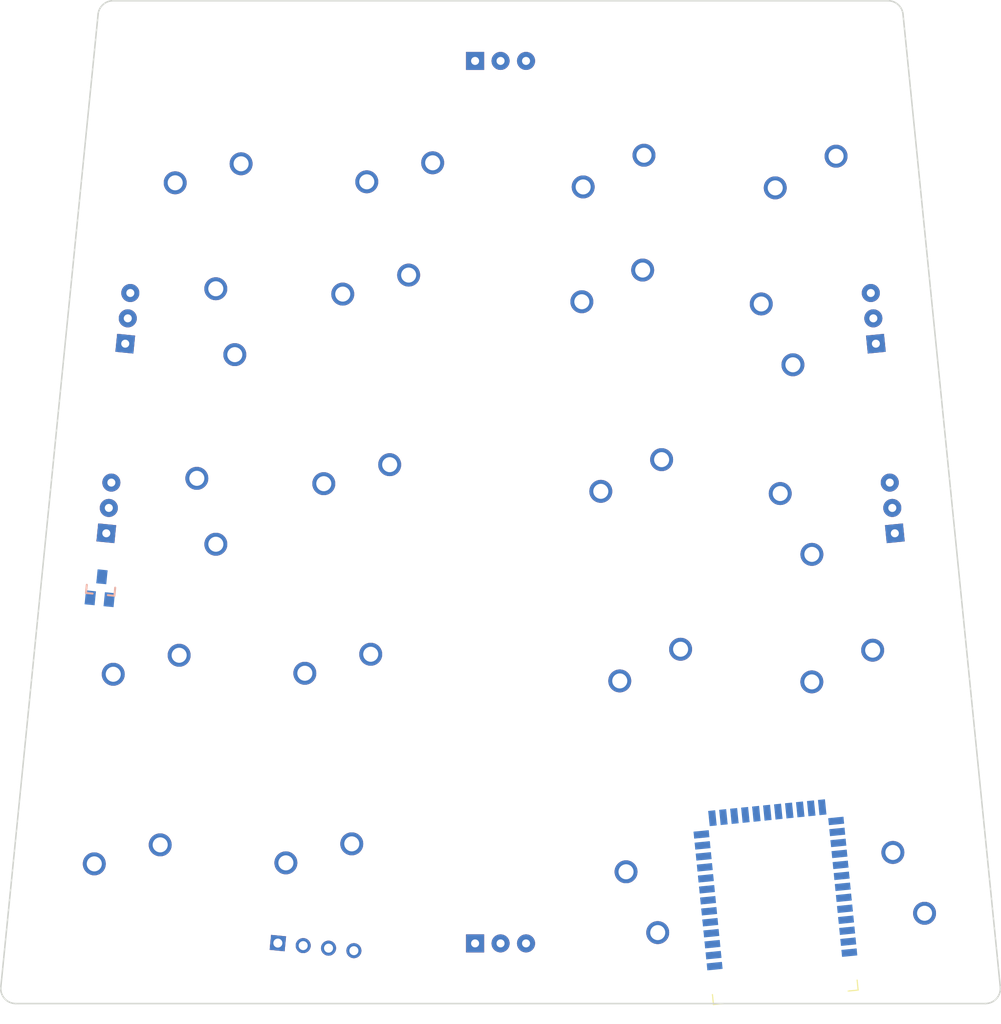
<source format=kicad_pcb>
(kicad_pcb (version 20171130) (host pcbnew 5.1.6)
  (title_block (title arrow-board) (rev v1.0.0) (company Unknown))
  (layers (0 F.Cu signal) (31 B.Cu signal) (34 B.Paste user) (35 F.Paste user) (36 B.SilkS user) (37 F.SilkS user) (38 B.Mask user) (39 F.Mask user) (44 Edge.Cuts user))
  (net 0 "")
  (net 1 "GND")
  (net 2 "m_c1_r1")
  (net 3 "m_c1_r2")
  (net 4 "m_c1_r3")
  (net 5 "m_c1_r4")
  (net 6 "m_c1_r5")
  (net 7 "m_c2_r1")
  (net 8 "m_c2_r2")
  (net 9 "m_c2_r3")
  (net 10 "m_c2_r4")
  (net 11 "m_c2_r5")
  (net 12 "n_c4_r1")
  (net 13 "n_c4_r2")
  (net 14 "n_c4_r3")
  (net 15 "n_c4_r4")
  (net 16 "n_c4_r5")
  (net 17 "n_c3_r1")
  (net 18 "n_c3_r2")
  (net 19 "n_c3_r3")
  (net 20 "n_c3_r4")
  (net 21 "n_c3_r5")
  (net 22 "DMIN")
  (net 23 "DPLUS")
  (net 24 "P002")
  (net 25 "P006")
  (net 26 "P008")
  (net 27 "P009")
  (net 28 "P010")
  (net 29 "P011")
  (net 30 "P013")
  (net 31 "P014")
  (net 32 "P015")
  (net 33 "P016")
  (net 34 "P017")
  (net 35 "P020")
  (net 36 "P024")
  (net 37 "P025")
  (net 38 "P026")
  (net 39 "P027")
  (net 40 "P028")
  (net 41 "P029")
  (net 42 "P104")
  (net 43 "P105")
  (net 44 "XTRA")
  (net 45 "P107")
  (net 46 "P108")
  (net 47 "P112")
  (net 48 "P114")
  (net 49 "SWDCLK")
  (net 50 "SWDIO")
  (net 51 "VBUS")
  (net 52 "VCC")
  (net 53 "GND_P")
  (module MX (layer F.Cu) (at 13.025 -11.025 -5.71)
    (fp_text reference "S1" hide)
    (fp_text value "" hide)
    (pad "" np_thru_hole circle (at 0 0) (size 3.9878 3.9878) (drill 3.9878) (layers *.Cu *.Mask))
    (pad "" np_thru_hole circle (at 5.08 0) (size 1.7018 1.7018) (drill 1.7018) (layers *.Cu *.Mask))
    (pad "" np_thru_hole circle (at -5.08 0) (size 1.7018 1.7018) (drill 1.7018) (layers *.Cu *.Mask))
    (pad 1 thru_hole circle (at 2.54 -5.08) (size 2.286 2.286) (drill 1.4986) (layers *.Cu *.Mask) (net 1 "GND"))
    (pad 2 thru_hole circle (at -3.81 -2.54) (size 2.286 2.286) (drill 1.4986) (layers *.Cu *.Mask) (net 2 "m_c1_r1"))
  )
  (module MX (layer F.Cu) (at 14.9153749 -29.930726200000002 -5.71)
    (fp_text reference "S2" hide)
    (fp_text value "" hide)
    (pad "" np_thru_hole circle (at 0 0) (size 3.9878 3.9878) (drill 3.9878) (layers *.Cu *.Mask))
    (pad "" np_thru_hole circle (at 5.08 0) (size 1.7018 1.7018) (drill 1.7018) (layers *.Cu *.Mask))
    (pad "" np_thru_hole circle (at -5.08 0) (size 1.7018 1.7018) (drill 1.7018) (layers *.Cu *.Mask))
    (pad 1 thru_hole circle (at 2.54 -5.08) (size 2.286 2.286) (drill 1.4986) (layers *.Cu *.Mask) (net 1 "GND"))
    (pad 2 thru_hole circle (at -3.81 -2.54) (size 2.286 2.286) (drill 1.4986) (layers *.Cu *.Mask) (net 3 "m_c1_r2"))
  )
  (module MX (layer F.Cu) (at 16.805749900000002 -48.8364524 -95.71)
    (fp_text reference "S3" hide)
    (fp_text value "" hide)
    (pad "" np_thru_hole circle (at 0 0) (size 3.9878 3.9878) (drill 3.9878) (layers *.Cu *.Mask))
    (pad "" np_thru_hole circle (at 5.08 0) (size 1.7018 1.7018) (drill 1.7018) (layers *.Cu *.Mask))
    (pad "" np_thru_hole circle (at -5.08 0) (size 1.7018 1.7018) (drill 1.7018) (layers *.Cu *.Mask))
    (pad 1 thru_hole circle (at 2.54 -5.08) (size 2.286 2.286) (drill 1.4986) (layers *.Cu *.Mask) (net 1 "GND"))
    (pad 2 thru_hole circle (at -3.81 -2.54) (size 2.286 2.286) (drill 1.4986) (layers *.Cu *.Mask) (net 4 "m_c1_r3"))
  )
  (module MX (layer F.Cu) (at 18.6961248 -67.7421786 -95.71)
    (fp_text reference "S4" hide)
    (fp_text value "" hide)
    (pad "" np_thru_hole circle (at 0 0) (size 3.9878 3.9878) (drill 3.9878) (layers *.Cu *.Mask))
    (pad "" np_thru_hole circle (at 5.08 0) (size 1.7018 1.7018) (drill 1.7018) (layers *.Cu *.Mask))
    (pad "" np_thru_hole circle (at -5.08 0) (size 1.7018 1.7018) (drill 1.7018) (layers *.Cu *.Mask))
    (pad 1 thru_hole circle (at 2.54 -5.08) (size 2.286 2.286) (drill 1.4986) (layers *.Cu *.Mask) (net 1 "GND"))
    (pad 2 thru_hole circle (at -3.81 -2.54) (size 2.286 2.286) (drill 1.4986) (layers *.Cu *.Mask) (net 5 "m_c1_r4"))
  )
  (module MX (layer F.Cu) (at 20.5864998 -86.64790470000001 174.29)
    (fp_text reference "S5" hide)
    (fp_text value "" hide)
    (pad "" np_thru_hole circle (at 0 0) (size 3.9878 3.9878) (drill 3.9878) (layers *.Cu *.Mask))
    (pad "" np_thru_hole circle (at 5.08 0) (size 1.7018 1.7018) (drill 1.7018) (layers *.Cu *.Mask))
    (pad "" np_thru_hole circle (at -5.08 0) (size 1.7018 1.7018) (drill 1.7018) (layers *.Cu *.Mask))
    (pad 1 thru_hole circle (at 2.54 -5.08) (size 2.286 2.286) (drill 1.4986) (layers *.Cu *.Mask) (net 1 "GND"))
    (pad 2 thru_hole circle (at -3.81 -2.54) (size 2.286 2.286) (drill 1.4986) (layers *.Cu *.Mask) (net 6 "m_c1_r5"))
  )
  (module MX (layer F.Cu) (at 32.129713 -11.1247015 -5.71)
    (fp_text reference "S6" hide)
    (fp_text value "" hide)
    (pad "" np_thru_hole circle (at 0 0) (size 3.9878 3.9878) (drill 3.9878) (layers *.Cu *.Mask))
    (pad "" np_thru_hole circle (at 5.08 0) (size 1.7018 1.7018) (drill 1.7018) (layers *.Cu *.Mask))
    (pad "" np_thru_hole circle (at -5.08 0) (size 1.7018 1.7018) (drill 1.7018) (layers *.Cu *.Mask))
    (pad 1 thru_hole circle (at 2.54 -5.08) (size 2.286 2.286) (drill 1.4986) (layers *.Cu *.Mask) (net 1 "GND"))
    (pad 2 thru_hole circle (at -3.81 -2.54) (size 2.286 2.286) (drill 1.4986) (layers *.Cu *.Mask) (net 7 "m_c2_r1"))
  )
  (module MX (layer F.Cu) (at 34.020088 -30.030427699999997 -5.71)
    (fp_text reference "S7" hide)
    (fp_text value "" hide)
    (pad "" np_thru_hole circle (at 0 0) (size 3.9878 3.9878) (drill 3.9878) (layers *.Cu *.Mask))
    (pad "" np_thru_hole circle (at 5.08 0) (size 1.7018 1.7018) (drill 1.7018) (layers *.Cu *.Mask))
    (pad "" np_thru_hole circle (at -5.08 0) (size 1.7018 1.7018) (drill 1.7018) (layers *.Cu *.Mask))
    (pad 1 thru_hole circle (at 2.54 -5.08) (size 2.286 2.286) (drill 1.4986) (layers *.Cu *.Mask) (net 1 "GND"))
    (pad 2 thru_hole circle (at -3.81 -2.54) (size 2.286 2.286) (drill 1.4986) (layers *.Cu *.Mask) (net 8 "m_c2_r2"))
  )
  (module MX (layer F.Cu) (at 35.9104629 -48.9361539 -5.71)
    (fp_text reference "S8" hide)
    (fp_text value "" hide)
    (pad "" np_thru_hole circle (at 0 0) (size 3.9878 3.9878) (drill 3.9878) (layers *.Cu *.Mask))
    (pad "" np_thru_hole circle (at 5.08 0) (size 1.7018 1.7018) (drill 1.7018) (layers *.Cu *.Mask))
    (pad "" np_thru_hole circle (at -5.08 0) (size 1.7018 1.7018) (drill 1.7018) (layers *.Cu *.Mask))
    (pad 1 thru_hole circle (at 2.54 -5.08) (size 2.286 2.286) (drill 1.4986) (layers *.Cu *.Mask) (net 1 "GND"))
    (pad 2 thru_hole circle (at -3.81 -2.54) (size 2.286 2.286) (drill 1.4986) (layers *.Cu *.Mask) (net 9 "m_c2_r3"))
  )
  (module MX (layer F.Cu) (at 37.8008379 -67.84188 -5.71)
    (fp_text reference "S9" hide)
    (fp_text value "" hide)
    (pad "" np_thru_hole circle (at 0 0) (size 3.9878 3.9878) (drill 3.9878) (layers *.Cu *.Mask))
    (pad "" np_thru_hole circle (at 5.08 0) (size 1.7018 1.7018) (drill 1.7018) (layers *.Cu *.Mask))
    (pad "" np_thru_hole circle (at -5.08 0) (size 1.7018 1.7018) (drill 1.7018) (layers *.Cu *.Mask))
    (pad 1 thru_hole circle (at 2.54 -5.08) (size 2.286 2.286) (drill 1.4986) (layers *.Cu *.Mask) (net 1 "GND"))
    (pad 2 thru_hole circle (at -3.81 -2.54) (size 2.286 2.286) (drill 1.4986) (layers *.Cu *.Mask) (net 10 "m_c2_r4"))
  )
  (module MX (layer F.Cu) (at 39.6912128 -86.7476062 174.29)
    (fp_text reference "S10" hide)
    (fp_text value "" hide)
    (pad "" np_thru_hole circle (at 0 0) (size 3.9878 3.9878) (drill 3.9878) (layers *.Cu *.Mask))
    (pad "" np_thru_hole circle (at 5.08 0) (size 1.7018 1.7018) (drill 1.7018) (layers *.Cu *.Mask))
    (pad "" np_thru_hole circle (at -5.08 0) (size 1.7018 1.7018) (drill 1.7018) (layers *.Cu *.Mask))
    (pad 1 thru_hole circle (at 2.54 -5.08) (size 2.286 2.286) (drill 1.4986) (layers *.Cu *.Mask) (net 1 "GND"))
    (pad 2 thru_hole circle (at -3.81 -2.54) (size 2.286 2.286) (drill 1.4986) (layers *.Cu *.Mask) (net 11 "m_c2_r5"))
  )
  (module MX (layer F.Cu) (at 86.975 -11.025 -84.29)
    (fp_text reference "S11" hide)
    (fp_text value "" hide)
    (pad "" np_thru_hole circle (at 0 0) (size 3.9878 3.9878) (drill 3.9878) (layers *.Cu *.Mask))
    (pad "" np_thru_hole circle (at 5.08 0) (size 1.7018 1.7018) (drill 1.7018) (layers *.Cu *.Mask))
    (pad "" np_thru_hole circle (at -5.08 0) (size 1.7018 1.7018) (drill 1.7018) (layers *.Cu *.Mask))
    (pad 1 thru_hole circle (at 2.54 -5.08) (size 2.286 2.286) (drill 1.4986) (layers *.Cu *.Mask) (net 1 "GND"))
    (pad 2 thru_hole circle (at -3.81 -2.54) (size 2.286 2.286) (drill 1.4986) (layers *.Cu *.Mask) (net 12 "n_c4_r1"))
  )
  (module MX (layer F.Cu) (at 85.0846251 -29.930726200000002 5.71)
    (fp_text reference "S12" hide)
    (fp_text value "" hide)
    (pad "" np_thru_hole circle (at 0 0) (size 3.9878 3.9878) (drill 3.9878) (layers *.Cu *.Mask))
    (pad "" np_thru_hole circle (at 5.08 0) (size 1.7018 1.7018) (drill 1.7018) (layers *.Cu *.Mask))
    (pad "" np_thru_hole circle (at -5.08 0) (size 1.7018 1.7018) (drill 1.7018) (layers *.Cu *.Mask))
    (pad 1 thru_hole circle (at 2.54 -5.08) (size 2.286 2.286) (drill 1.4986) (layers *.Cu *.Mask) (net 1 "GND"))
    (pad 2 thru_hole circle (at -3.81 -2.54) (size 2.286 2.286) (drill 1.4986) (layers *.Cu *.Mask) (net 13 "n_c4_r2"))
  )
  (module MX (layer F.Cu) (at 83.19425009999999 -48.8364524 95.71)
    (fp_text reference "S13" hide)
    (fp_text value "" hide)
    (pad "" np_thru_hole circle (at 0 0) (size 3.9878 3.9878) (drill 3.9878) (layers *.Cu *.Mask))
    (pad "" np_thru_hole circle (at 5.08 0) (size 1.7018 1.7018) (drill 1.7018) (layers *.Cu *.Mask))
    (pad "" np_thru_hole circle (at -5.08 0) (size 1.7018 1.7018) (drill 1.7018) (layers *.Cu *.Mask))
    (pad 1 thru_hole circle (at 2.54 -5.08) (size 2.286 2.286) (drill 1.4986) (layers *.Cu *.Mask) (net 1 "GND"))
    (pad 2 thru_hole circle (at -3.81 -2.54) (size 2.286 2.286) (drill 1.4986) (layers *.Cu *.Mask) (net 14 "n_c4_r3"))
  )
  (module MX (layer F.Cu) (at 81.3038752 -67.7421786 95.71)
    (fp_text reference "S14" hide)
    (fp_text value "" hide)
    (pad "" np_thru_hole circle (at 0 0) (size 3.9878 3.9878) (drill 3.9878) (layers *.Cu *.Mask))
    (pad "" np_thru_hole circle (at 5.08 0) (size 1.7018 1.7018) (drill 1.7018) (layers *.Cu *.Mask))
    (pad "" np_thru_hole circle (at -5.08 0) (size 1.7018 1.7018) (drill 1.7018) (layers *.Cu *.Mask))
    (pad 1 thru_hole circle (at 2.54 -5.08) (size 2.286 2.286) (drill 1.4986) (layers *.Cu *.Mask) (net 1 "GND"))
    (pad 2 thru_hole circle (at -3.81 -2.54) (size 2.286 2.286) (drill 1.4986) (layers *.Cu *.Mask) (net 15 "n_c4_r4"))
  )
  (module MX (layer F.Cu) (at 79.41350019999999 -86.64790470000001 185.71)
    (fp_text reference "S15" hide)
    (fp_text value "" hide)
    (pad "" np_thru_hole circle (at 0 0) (size 3.9878 3.9878) (drill 3.9878) (layers *.Cu *.Mask))
    (pad "" np_thru_hole circle (at 5.08 0) (size 1.7018 1.7018) (drill 1.7018) (layers *.Cu *.Mask))
    (pad "" np_thru_hole circle (at -5.08 0) (size 1.7018 1.7018) (drill 1.7018) (layers *.Cu *.Mask))
    (pad 1 thru_hole circle (at 2.54 -5.08) (size 2.286 2.286) (drill 1.4986) (layers *.Cu *.Mask) (net 1 "GND"))
    (pad 2 thru_hole circle (at -3.81 -2.54) (size 2.286 2.286) (drill 1.4986) (layers *.Cu *.Mask) (net 16 "n_c4_r5"))
  )
  (module MX (layer F.Cu) (at 67.8205351 -11.1197268 95.71)
    (fp_text reference "S16" hide)
    (fp_text value "" hide)
    (pad "" np_thru_hole circle (at 0 0) (size 3.9878 3.9878) (drill 3.9878) (layers *.Cu *.Mask))
    (pad "" np_thru_hole circle (at 5.08 0) (size 1.7018 1.7018) (drill 1.7018) (layers *.Cu *.Mask))
    (pad "" np_thru_hole circle (at -5.08 0) (size 1.7018 1.7018) (drill 1.7018) (layers *.Cu *.Mask))
    (pad 1 thru_hole circle (at 2.54 -5.08) (size 2.286 2.286) (drill 1.4986) (layers *.Cu *.Mask) (net 1 "GND"))
    (pad 2 thru_hole circle (at -3.81 -2.54) (size 2.286 2.286) (drill 1.4986) (layers *.Cu *.Mask) (net 17 "n_c3_r1"))
  )
  (module MX (layer F.Cu) (at 65.9301601 -30.025453 5.71)
    (fp_text reference "S17" hide)
    (fp_text value "" hide)
    (pad "" np_thru_hole circle (at 0 0) (size 3.9878 3.9878) (drill 3.9878) (layers *.Cu *.Mask))
    (pad "" np_thru_hole circle (at 5.08 0) (size 1.7018 1.7018) (drill 1.7018) (layers *.Cu *.Mask))
    (pad "" np_thru_hole circle (at -5.08 0) (size 1.7018 1.7018) (drill 1.7018) (layers *.Cu *.Mask))
    (pad 1 thru_hole circle (at 2.54 -5.08) (size 2.286 2.286) (drill 1.4986) (layers *.Cu *.Mask) (net 1 "GND"))
    (pad 2 thru_hole circle (at -3.81 -2.54) (size 2.286 2.286) (drill 1.4986) (layers *.Cu *.Mask) (net 18 "n_c3_r2"))
  )
  (module MX (layer F.Cu) (at 64.0397852 -48.931179199999995 5.71)
    (fp_text reference "S18" hide)
    (fp_text value "" hide)
    (pad "" np_thru_hole circle (at 0 0) (size 3.9878 3.9878) (drill 3.9878) (layers *.Cu *.Mask))
    (pad "" np_thru_hole circle (at 5.08 0) (size 1.7018 1.7018) (drill 1.7018) (layers *.Cu *.Mask))
    (pad "" np_thru_hole circle (at -5.08 0) (size 1.7018 1.7018) (drill 1.7018) (layers *.Cu *.Mask))
    (pad 1 thru_hole circle (at 2.54 -5.08) (size 2.286 2.286) (drill 1.4986) (layers *.Cu *.Mask) (net 1 "GND"))
    (pad 2 thru_hole circle (at -3.81 -2.54) (size 2.286 2.286) (drill 1.4986) (layers *.Cu *.Mask) (net 19 "n_c3_r3"))
  )
  (module MX (layer F.Cu) (at 62.14941019999999 -67.8369054 5.71)
    (fp_text reference "S19" hide)
    (fp_text value "" hide)
    (pad "" np_thru_hole circle (at 0 0) (size 3.9878 3.9878) (drill 3.9878) (layers *.Cu *.Mask))
    (pad "" np_thru_hole circle (at 5.08 0) (size 1.7018 1.7018) (drill 1.7018) (layers *.Cu *.Mask))
    (pad "" np_thru_hole circle (at -5.08 0) (size 1.7018 1.7018) (drill 1.7018) (layers *.Cu *.Mask))
    (pad 1 thru_hole circle (at 2.54 -5.08) (size 2.286 2.286) (drill 1.4986) (layers *.Cu *.Mask) (net 1 "GND"))
    (pad 2 thru_hole circle (at -3.81 -2.54) (size 2.286 2.286) (drill 1.4986) (layers *.Cu *.Mask) (net 20 "n_c3_r4"))
  )
  (module MX (layer F.Cu) (at 60.259035299999994 -86.74263160000001 185.71)
    (fp_text reference "S20" hide)
    (fp_text value "" hide)
    (pad "" np_thru_hole circle (at 0 0) (size 3.9878 3.9878) (drill 3.9878) (layers *.Cu *.Mask))
    (pad "" np_thru_hole circle (at 5.08 0) (size 1.7018 1.7018) (drill 1.7018) (layers *.Cu *.Mask))
    (pad "" np_thru_hole circle (at -5.08 0) (size 1.7018 1.7018) (drill 1.7018) (layers *.Cu *.Mask))
    (pad 1 thru_hole circle (at 2.54 -5.08) (size 2.286 2.286) (drill 1.4986) (layers *.Cu *.Mask) (net 1 "GND"))
    (pad 2 thru_hole circle (at -3.81 -2.54) (size 2.286 2.286) (drill 1.4986) (layers *.Cu *.Mask) (net 21 "n_c3_r5"))
  )
  (module nRF52840_holyiot_18010 (layer B.Cu) (at 77.497261 -10.0773252 5.709999999999994)
    (fp_text value nRF52840_holyiot_18010)
    (pad 1 smd rect (at -6.75 5.7 5.709999999999994) (size 1.524 0.7) (layers B.Cu B.Paste B.Mask) (net 1 "GND"))
    (pad 2 smd rect (at -6.75 4.6 5.709999999999994) (size 1.524 0.7) (layers B.Cu B.Paste B.Mask) (net 44 "XTRA"))
    (pad 3 smd rect (at -6.75 3.5 5.709999999999994) (size 1.524 0.7) (layers B.Cu B.Paste B.Mask) (net 2 "m_c1_r1"))
    (pad 4 smd rect (at -6.75 2.4 5.709999999999994) (size 1.524 0.7) (layers B.Cu B.Paste B.Mask) (net 7 "m_c2_r1"))
    (pad 5 smd rect (at -6.75 1.3 5.709999999999994) (size 1.524 0.7) (layers B.Cu B.Paste B.Mask) (net 17 "n_c3_r1"))
    (pad 6 smd rect (at -6.75 0.2 5.709999999999994) (size 1.524 0.7) (layers B.Cu B.Paste B.Mask) (net 3 "m_c1_r2"))
    (pad 7 smd rect (at -6.75 -0.9 5.709999999999994) (size 1.524 0.7) (layers B.Cu B.Paste B.Mask) (net 24 "P002"))
    (pad 8 smd rect (at -6.75 -2 5.709999999999994) (size 1.524 0.7) (layers B.Cu B.Paste B.Mask) (net 40 "P028"))
    (pad 9 smd rect (at -6.75 -3.1 5.709999999999994) (size 1.524 0.7) (layers B.Cu B.Paste B.Mask) (net 41 "P029"))
    (pad 10 smd rect (at -6.75 -4.2 5.709999999999994) (size 1.524 0.7) (layers B.Cu B.Paste B.Mask) (net 4 "m_c1_r3"))
    (pad 11 smd rect (at -6.75 -5.3 5.709999999999994) (size 1.524 0.7) (layers B.Cu B.Paste B.Mask) (net 5 "m_c1_r4"))
    (pad 12 smd rect (at -6.75 -6.4 5.709999999999994) (size 1.524 0.7) (layers B.Cu B.Paste B.Mask) (net 6 "m_c1_r5"))
    (pad 13 smd rect (at -6.75 -7.5 5.709999999999994) (size 1.524 0.7) (layers B.Cu B.Paste B.Mask) (net 8 "m_c2_r2"))
    (pad 14 smd rect (at -5.5 -9 95.71) (size 1.524 0.7) (layers B.Cu B.Paste B.Mask) (net 52 "VCC"))
    (pad 15 smd rect (at -4.4 -9 95.71) (size 1.524 0.7) (layers B.Cu B.Paste B.Mask) (net 9 "m_c2_r3"))
    (pad 16 smd rect (at -3.3 -9 95.71) (size 1.524 0.7) (layers B.Cu B.Paste B.Mask) (net 10 "m_c2_r4"))
    (pad 17 smd rect (at -2.2 -9 95.71) (size 1.524 0.7) (layers B.Cu B.Paste B.Mask) (net 11 "m_c2_r5"))
    (pad 18 smd rect (at -1.1 -9 95.71) (size 1.524 0.7) (layers B.Cu B.Paste B.Mask) (net 18 "n_c3_r2"))
    (pad 19 smd rect (at 0 -9 95.71) (size 1.524 0.7) (layers B.Cu B.Paste B.Mask) (net 19 "n_c3_r3"))
    (pad 20 smd rect (at 1.1 -9 95.71) (size 1.524 0.7) (layers B.Cu B.Paste B.Mask) (net 20 "n_c3_r4"))
    (pad 21 smd rect (at 2.2 -9 95.71) (size 1.524 0.7) (layers B.Cu B.Paste B.Mask) (net 21 "n_c3_r5"))
    (pad 22 smd rect (at 3.3 -9 95.71) (size 1.524 0.7) (layers B.Cu B.Paste B.Mask) (net 51 "VBUS"))
    (pad 23 smd rect (at 4.4 -9 95.71) (size 1.524 0.7) (layers B.Cu B.Paste B.Mask) (net 22 "DMIN"))
    (pad 24 smd rect (at 5.5 -9 95.71) (size 1.524 0.7) (layers B.Cu B.Paste B.Mask) (net 23 "DPLUS"))
    (pad 25 smd rect (at 6.75 -7.5 185.70999999999998) (size 1.524 0.7) (layers B.Cu B.Paste B.Mask) (net 1 "GND"))
    (pad 26 smd rect (at 6.75 -6.4 185.70999999999998) (size 1.524 0.7) (layers B.Cu B.Paste B.Mask) (net 12 "n_c4_r1"))
    (pad 27 smd rect (at 6.75 -5.3 185.70999999999998) (size 1.524 0.7) (layers B.Cu B.Paste B.Mask) (net 13 "n_c4_r2"))
    (pad 28 smd rect (at 6.75 -4.2 185.70999999999998) (size 1.524 0.7) (layers B.Cu B.Paste B.Mask) (net 14 "n_c4_r3"))
    (pad 29 smd rect (at 6.75 -3.1 185.70999999999998) (size 1.524 0.7) (layers B.Cu B.Paste B.Mask) (net 15 "n_c4_r4"))
    (pad 30 smd rect (at 6.75 -2 185.70999999999998) (size 1.524 0.7) (layers B.Cu B.Paste B.Mask) (net 16 "n_c4_r5"))
    (pad 31 smd rect (at 6.75 -0.9 185.70999999999998) (size 1.524 0.7) (layers B.Cu B.Paste B.Mask) (net 49 "SWDCLK"))
    (pad 32 smd rect (at 6.75 0.2 185.70999999999998) (size 1.524 0.7) (layers B.Cu B.Paste B.Mask) (net 50 "SWDIO"))
    (pad 33 smd rect (at 6.75 1.3 185.70999999999998) (size 1.524 0.7) (layers B.Cu B.Paste B.Mask) (net 42 "P104"))
    (pad 34 smd rect (at 6.75 2.4 185.70999999999998) (size 1.524 0.7) (layers B.Cu B.Paste B.Mask) (net 44 "XTRA"))
    (pad 35 smd rect (at 6.75 3.5 185.70999999999998) (size 1.524 0.7) (layers B.Cu B.Paste B.Mask) (net 27 "P009"))
    (pad 36 smd rect (at 6.75 4.6 185.70999999999998) (size 1.524 0.7) (layers B.Cu B.Paste B.Mask) (net 28 "P010"))
    (pad 37 smd rect (at 6.75 5.7 185.70999999999998) (size 1.524 0.7) (layers B.Cu B.Paste B.Mask) (net 1 "GND"))
    (fp_line (start -7.25 8.5) (end -7.25 9.5) (layer F.SilkS) (width 0.12))
    (fp_line (start 7.25 8.5) (end 7.25 9.5) (layer F.SilkS) (width 0.12))
    (fp_line (start 6.25 9.5) (end 7.25 9.5) (layer F.SilkS) (width 0.12))
    (fp_line (start -6.25 9.5) (end -7.25 9.5) (layer F.SilkS) (width 0.12))
  )
  (module magnetic_connector (layer B.Cu) (at 10.935024400000003 -49.4234636 -185.70999999999998)
    (pad "1" thru_hole rect (at 0 -2.54 -185.70999999999998) (size 1.8 1.8) (drill 0.8) (layers *.Cu *.Mask) (net 53 "GND_P"))
    (pad "2" thru_hole oval (at 0 0 -185.70999999999998) (size 1.8 1.8) (drill 0.8) (layers *.Cu *.Mask) (net 52 "VCC"))
    (pad "3" thru_hole oval (at 0 2.54 -185.70999999999998) (size 1.8 1.8) (drill 0.8) (layers *.Cu *.Mask) (net 44 "XTRA"))
  )
  (module magnetic_connector (layer B.Cu) (at 12.8253993 -68.32918980000001 -185.70999999999998)
    (pad "1" thru_hole rect (at 0 -2.54 -185.70999999999998) (size 1.8 1.8) (drill 0.8) (layers *.Cu *.Mask) (net 53 "GND_P"))
    (pad "2" thru_hole oval (at 0 0 -185.70999999999998) (size 1.8 1.8) (drill 0.8) (layers *.Cu *.Mask) (net 52 "VCC"))
    (pad "3" thru_hole oval (at 0 2.54 -185.70999999999998) (size 1.8 1.8) (drill 0.8) (layers *.Cu *.Mask) (net 44 "XTRA"))
  )
  (module magnetic_connector (layer B.Cu) (at 89.0649756 -49.4234636 185.70999999999998)
    (pad "1" thru_hole rect (at 0 -2.54 185.70999999999998) (size 1.8 1.8) (drill 0.8) (layers *.Cu *.Mask) (net 53 "GND_P"))
    (pad "2" thru_hole oval (at 0 0 185.70999999999998) (size 1.8 1.8) (drill 0.8) (layers *.Cu *.Mask) (net 52 "VCC"))
    (pad "3" thru_hole oval (at 0 2.54 185.70999999999998) (size 1.8 1.8) (drill 0.8) (layers *.Cu *.Mask) (net 44 "XTRA"))
  )
  (module magnetic_connector (layer B.Cu) (at 87.1746007 -68.32918980000001 185.70999999999998)
    (pad "1" thru_hole rect (at 0 -2.54 185.70999999999998) (size 1.8 1.8) (drill 0.8) (layers *.Cu *.Mask) (net 53 "GND_P"))
    (pad "2" thru_hole oval (at 0 0 185.70999999999998) (size 1.8 1.8) (drill 0.8) (layers *.Cu *.Mask) (net 52 "VCC"))
    (pad "3" thru_hole oval (at 0 2.54 185.70999999999998) (size 1.8 1.8) (drill 0.8) (layers *.Cu *.Mask) (net 44 "XTRA"))
  )
  (module magnetic_connector (layer B.Cu) (at 50 -6 90)
    (pad "1" thru_hole rect (at 0 -2.54 90) (size 1.8 1.8) (drill 0.8) (layers *.Cu *.Mask) (net 53 "GND_P"))
    (pad "2" thru_hole oval (at 0 0 90) (size 1.8 1.8) (drill 0.8) (layers *.Cu *.Mask) (net 52 "VCC"))
    (pad "3" thru_hole oval (at 0 2.54 90) (size 1.8 1.8) (drill 0.8) (layers *.Cu *.Mask) (net 44 "XTRA"))
  )
  (module magnetic_connector (layer B.Cu) (at 50 -94 90)
    (pad "1" thru_hole rect (at 0 -2.54 90) (size 1.8 1.8) (drill 0.8) (layers *.Cu *.Mask) (net 53 "GND_P"))
    (pad "2" thru_hole oval (at 0 0 90) (size 1.8 1.8) (drill 0.8) (layers *.Cu *.Mask) (net 52 "VCC"))
    (pad "3" thru_hole oval (at 0 2.54 90) (size 1.8 1.8) (drill 0.8) (layers *.Cu *.Mask) (net 44 "XTRA"))
  )
  (module SOT23 (layer B.Cu) (at 10.139077100000002 -41.4631578 -185.70999999999998)
    (fp_text value SOT23)
    (pad 3 smd rect (at 0.0 1.1 -185.70999999999998) (size 1.0 1.4) (layers B.Cu B.Mask B.Paste) (net 53 "GND_P"))
    (pad 2 smd rect (at 0.95 -1.1 -185.70999999999998) (size 1.0 1.4) (layers B.Cu B.Mask B.Paste) (net 1 "GND"))
    (pad 1 smd rect (at -0.95 -1.1 -185.70999999999998) (size 1.0 1.4) (layers B.Cu B.Mask B.Paste) (net 52 "VCC"))
    (fp_line (start -1.4224 0.1524) (end -1.4224 -0.6604) (layer B.SilkS) (width 0.2032))
    (fp_line (start -1.4224 -0.6604) (end -0.7636 -0.6604) (layer B.SilkS) (width 0.2032))
    (fp_line (start 1.4224 -0.6604) (end 1.4224 0.1524) (layer B.SilkS) (width 0.2032))
    (fp_line (start 0.7636 -0.6604) (end 1.4224 -0.6604) (layer B.SilkS) (width 0.2032))
  )
  (module four_pin_header (layer F.Cu) (at 31.5824992 -5.651991300000001 84.29)
    (pad "1" thru_hole rect locked (at 0 -3.81 174.29000000000002) (size 1.5 1.5) (drill 0.9) (layers *.Cu *.Paste *.Mask) (net 52 "VCC"))
    (pad "2" thru_hole circle locked (at 0 -1.27 174.29000000000002) (size 1.5 1.5) (drill 0.9) (layers *.Cu *.Paste *.Mask) (net 53 "GND_P"))
    (pad "3" thru_hole circle locked (at 0 1.27 174.29000000000002) (size 1.5 1.5) (drill 0.9) (layers *.Cu *.Paste *.Mask) (net 50 "SWDIO"))
    (pad "4" thru_hole circle locked (at 0 3.81 174.29000000000002) (size 1.5 1.5) (drill 0.9) (layers *.Cu *.Paste *.Mask) (net 49 "SWDCLK"))
  )
  (footprint "MountingHole:MountingHole_2.2mm_M2" (layer "F.Cu") (at 2.8 -2.5 0)
    (pad "" np_thru_hole circle (at 0 0) (size 2.2 2.2) (drill 2.2) (layers *.Cu *.Mask))
  )
  (footprint "MountingHole:MountingHole_2.2mm_M2" (layer "F.Cu") (at 12.2 -97.5 0)
    (pad "" np_thru_hole circle (at 0 0) (size 2.2 2.2) (drill 2.2) (layers *.Cu *.Mask))
  )
  (footprint "MountingHole:MountingHole_2.2mm_M2" (layer "F.Cu") (at 97.2 -2.5 0)
    (pad "" np_thru_hole circle (at 0 0) (size 2.2 2.2) (drill 2.2) (layers *.Cu *.Mask))
  )
  (footprint "MountingHole:MountingHole_2.2mm_M2" (layer "F.Cu") (at 87.8 -97.5 0)
    (pad "" np_thru_hole circle (at 0 0) (size 2.2 2.2) (drill 2.2) (layers *.Cu *.Mask))
  )
  (gr_line (start 1.6574813599999998 0) (end 98.34251864000001 0) (angle 90) (layer Edge.Cuts) (width 0.15))
  (gr_line (start 99.83507444495051 -1.6492555504948996) (end 90.1350744449505 -98.64925555049501) (angle 90) (layer Edge.Cuts) (width 0.15))
  (gr_line (start 88.64251864 -100) (end 11.35748136 -100) (angle 90) (layer Edge.Cuts) (width 0.15))
  (gr_line (start 9.864925555049505 -98.64925555049504) (end 0.16492555504950496 -1.6492555504950497) (angle 90) (layer Edge.Cuts) (width 0.15))
  (gr_arc (start 98.34251864000001 -1.5) (end 98.34251864000001 0) (angle -95.71059199726531) (layer Edge.Cuts) (width 0.15))
  (gr_arc (start 88.64251864 -98.5) (end 90.13507444000001 -98.6492555) (angle -84.28940800273037) (layer Edge.Cuts) (width 0.15))
  (gr_arc (start 11.35748136 -98.5) (end 11.35748136 -100) (angle -84.28940800272926) (layer Edge.Cuts) (width 0.15))
  (gr_arc (start 1.6574813599999998 -1.5) (end 0.1649255599999997 -1.6492555) (angle -95.71059199727102) (layer Edge.Cuts) (width 0.15))
)
</source>
